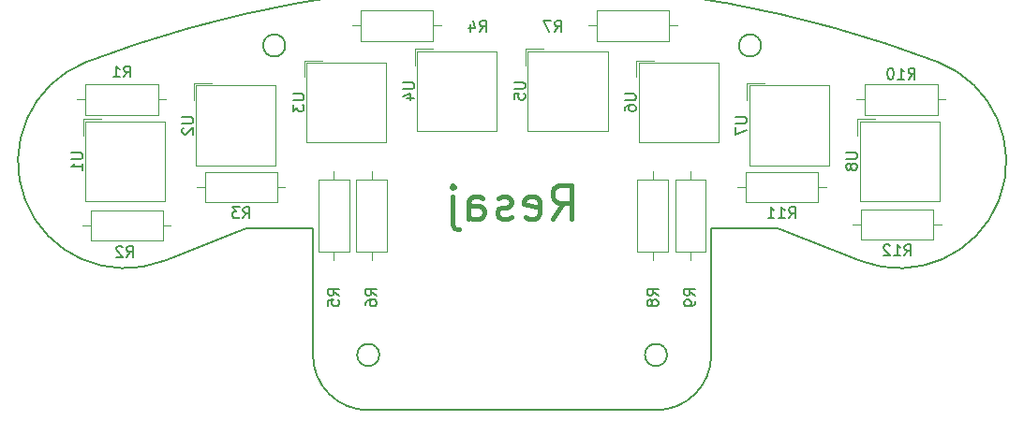
<source format=gbo>
G04 #@! TF.FileFunction,Legend,Bot*
%FSLAX46Y46*%
G04 Gerber Fmt 4.6, Leading zero omitted, Abs format (unit mm)*
G04 Created by KiCad (PCBNEW 4.0.7+dfsg1-1ubuntu2) date Wed Mar  6 00:01:27 2019*
%MOMM*%
%LPD*%
G01*
G04 APERTURE LIST*
%ADD10C,0.100000*%
%ADD11C,0.150000*%
%ADD12C,0.400000*%
%ADD13C,0.120000*%
%ADD14R,2.100000X2.100000*%
%ADD15O,2.100000X2.100000*%
%ADD16C,2.000000*%
%ADD17R,2.000000X2.000000*%
%ADD18O,2.000000X2.000000*%
%ADD19R,2.000000X2.800000*%
%ADD20O,2.000000X2.800000*%
G04 APERTURE END LIST*
D10*
D11*
X26000000Y16500000D02*
X18500000Y13500000D01*
X26000000Y16500000D02*
X32000000Y16500000D01*
X74000000Y16500000D02*
X68000000Y16500000D01*
X81500000Y13500000D02*
X74000000Y16500000D01*
X68000000Y16500000D02*
X68000000Y5000000D01*
X32000000Y16500000D02*
X32000000Y5000000D01*
X88500000Y31500001D02*
G75*
G03X11500000Y31500000I-38500000J-101000001D01*
G01*
D12*
X53642857Y17342857D02*
X54642857Y18771429D01*
X55357142Y17342857D02*
X55357142Y20342857D01*
X54214285Y20342857D01*
X53928571Y20200000D01*
X53785714Y20057143D01*
X53642857Y19771429D01*
X53642857Y19342857D01*
X53785714Y19057143D01*
X53928571Y18914286D01*
X54214285Y18771429D01*
X55357142Y18771429D01*
X51214285Y17485714D02*
X51499999Y17342857D01*
X52071428Y17342857D01*
X52357142Y17485714D01*
X52499999Y17771429D01*
X52499999Y18914286D01*
X52357142Y19200000D01*
X52071428Y19342857D01*
X51499999Y19342857D01*
X51214285Y19200000D01*
X51071428Y18914286D01*
X51071428Y18628571D01*
X52499999Y18342857D01*
X49928570Y17485714D02*
X49642856Y17342857D01*
X49071428Y17342857D01*
X48785713Y17485714D01*
X48642856Y17771429D01*
X48642856Y17914286D01*
X48785713Y18200000D01*
X49071428Y18342857D01*
X49499999Y18342857D01*
X49785713Y18485714D01*
X49928570Y18771429D01*
X49928570Y18914286D01*
X49785713Y19200000D01*
X49499999Y19342857D01*
X49071428Y19342857D01*
X48785713Y19200000D01*
X46071428Y17342857D02*
X46071428Y18914286D01*
X46214285Y19200000D01*
X46499999Y19342857D01*
X47071428Y19342857D01*
X47357142Y19200000D01*
X46071428Y17485714D02*
X46357142Y17342857D01*
X47071428Y17342857D01*
X47357142Y17485714D01*
X47499999Y17771429D01*
X47499999Y18057143D01*
X47357142Y18342857D01*
X47071428Y18485714D01*
X46357142Y18485714D01*
X46071428Y18628571D01*
X44642856Y19342857D02*
X44642856Y16771429D01*
X44785713Y16485714D01*
X45071428Y16342857D01*
X45214285Y16342857D01*
X44642856Y20342857D02*
X44785713Y20200000D01*
X44642856Y20057143D01*
X44499999Y20200000D01*
X44642856Y20342857D01*
X44642856Y20057143D01*
D11*
X32000000Y5000000D02*
G75*
G03X37000000Y0I5000000J0D01*
G01*
X68000000Y5000000D02*
G75*
G02X63000000Y0I-5000000J0D01*
G01*
X37000000Y0D02*
X63000000Y0D01*
X64000000Y5000000D02*
G75*
G03X64000000Y5000000I-1000000J0D01*
G01*
X38000000Y5000000D02*
G75*
G03X38000000Y5000000I-1000000J0D01*
G01*
X18500000Y13500000D02*
G75*
G02X11500000Y31500000I-3500000J9000000D01*
G01*
X81500001Y13500000D02*
G75*
G03X88500000Y31500000I3499999J9000000D01*
G01*
X72500000Y33000000D02*
G75*
G03X72500000Y33000000I-1000000J0D01*
G01*
X29500000Y33000000D02*
G75*
G03X29500000Y33000000I-1000000J0D01*
G01*
D13*
X31230000Y31650000D02*
X31230000Y30150000D01*
X32830000Y31650000D02*
X31230000Y31650000D01*
X38630000Y24250000D02*
X31430000Y24250000D01*
X38630000Y31450000D02*
X38630000Y24250000D01*
X31430000Y31450000D02*
X38630000Y31450000D01*
X31430000Y24250000D02*
X31430000Y31450000D01*
X61230000Y31650000D02*
X61230000Y30150000D01*
X62830000Y31650000D02*
X61230000Y31650000D01*
X68630000Y24250000D02*
X61430000Y24250000D01*
X68630000Y31450000D02*
X68630000Y24250000D01*
X61430000Y31450000D02*
X68630000Y31450000D01*
X61430000Y24250000D02*
X61430000Y31450000D01*
X57650000Y33430000D02*
X57650000Y36170000D01*
X57650000Y36170000D02*
X64190000Y36170000D01*
X64190000Y36170000D02*
X64190000Y33430000D01*
X64190000Y33430000D02*
X57650000Y33430000D01*
X56880000Y34800000D02*
X57650000Y34800000D01*
X64960000Y34800000D02*
X64190000Y34800000D01*
X51230000Y32700000D02*
X51230000Y31200000D01*
X52830000Y32700000D02*
X51230000Y32700000D01*
X58630000Y25300000D02*
X51430000Y25300000D01*
X58630000Y32500000D02*
X58630000Y25300000D01*
X51430000Y32500000D02*
X58630000Y32500000D01*
X51430000Y25300000D02*
X51430000Y32500000D01*
X41200000Y32700000D02*
X41200000Y31200000D01*
X42800000Y32700000D02*
X41200000Y32700000D01*
X48600000Y25300000D02*
X41400000Y25300000D01*
X48600000Y32500000D02*
X48600000Y25300000D01*
X41400000Y32500000D02*
X48600000Y32500000D01*
X41400000Y25300000D02*
X41400000Y32500000D01*
X36310000Y33430000D02*
X36310000Y36170000D01*
X36310000Y36170000D02*
X42850000Y36170000D01*
X42850000Y36170000D02*
X42850000Y33430000D01*
X42850000Y33430000D02*
X36310000Y33430000D01*
X35540000Y34800000D02*
X36310000Y34800000D01*
X43620000Y34800000D02*
X42850000Y34800000D01*
X11230000Y26350000D02*
X11230000Y24850000D01*
X12830000Y26350000D02*
X11230000Y26350000D01*
X18630000Y18950000D02*
X11430000Y18950000D01*
X18630000Y26150000D02*
X18630000Y18950000D01*
X11430000Y26150000D02*
X18630000Y26150000D01*
X11430000Y18950000D02*
X11430000Y26150000D01*
X21230000Y29570000D02*
X21230000Y28070000D01*
X22830000Y29570000D02*
X21230000Y29570000D01*
X28630000Y22170000D02*
X21430000Y22170000D01*
X28630000Y29370000D02*
X28630000Y22170000D01*
X21430000Y29370000D02*
X28630000Y29370000D01*
X21430000Y22170000D02*
X21430000Y29370000D01*
X11450000Y26730000D02*
X11450000Y29470000D01*
X11450000Y29470000D02*
X17990000Y29470000D01*
X17990000Y29470000D02*
X17990000Y26730000D01*
X17990000Y26730000D02*
X11450000Y26730000D01*
X10680000Y28100000D02*
X11450000Y28100000D01*
X18760000Y28100000D02*
X17990000Y28100000D01*
X64070000Y14310000D02*
X61330000Y14310000D01*
X61330000Y14310000D02*
X61330000Y20850000D01*
X61330000Y20850000D02*
X64070000Y20850000D01*
X64070000Y20850000D02*
X64070000Y14310000D01*
X62700000Y13540000D02*
X62700000Y14310000D01*
X62700000Y21620000D02*
X62700000Y20850000D01*
X11910000Y15330000D02*
X11910000Y18070000D01*
X11910000Y18070000D02*
X18450000Y18070000D01*
X18450000Y18070000D02*
X18450000Y15330000D01*
X18450000Y15330000D02*
X11910000Y15330000D01*
X11140000Y16700000D02*
X11910000Y16700000D01*
X19220000Y16700000D02*
X18450000Y16700000D01*
X22250000Y18830000D02*
X22250000Y21570000D01*
X22250000Y21570000D02*
X28790000Y21570000D01*
X28790000Y21570000D02*
X28790000Y18830000D01*
X28790000Y18830000D02*
X22250000Y18830000D01*
X21480000Y20200000D02*
X22250000Y20200000D01*
X29560000Y20200000D02*
X28790000Y20200000D01*
X35270000Y14310000D02*
X32530000Y14310000D01*
X32530000Y14310000D02*
X32530000Y20850000D01*
X32530000Y20850000D02*
X35270000Y20850000D01*
X35270000Y20850000D02*
X35270000Y14310000D01*
X33900000Y13540000D02*
X33900000Y14310000D01*
X33900000Y21620000D02*
X33900000Y20850000D01*
X38670000Y14310000D02*
X35930000Y14310000D01*
X35930000Y14310000D02*
X35930000Y20850000D01*
X35930000Y20850000D02*
X38670000Y20850000D01*
X38670000Y20850000D02*
X38670000Y14310000D01*
X37300000Y13540000D02*
X37300000Y14310000D01*
X37300000Y21620000D02*
X37300000Y20850000D01*
X67470000Y14310000D02*
X64730000Y14310000D01*
X64730000Y14310000D02*
X64730000Y20850000D01*
X64730000Y20850000D02*
X67470000Y20850000D01*
X67470000Y20850000D02*
X67470000Y14310000D01*
X66100000Y13540000D02*
X66100000Y14310000D01*
X66100000Y21620000D02*
X66100000Y20850000D01*
X81910000Y26730000D02*
X81910000Y29470000D01*
X81910000Y29470000D02*
X88450000Y29470000D01*
X88450000Y29470000D02*
X88450000Y26730000D01*
X88450000Y26730000D02*
X81910000Y26730000D01*
X81140000Y28100000D02*
X81910000Y28100000D01*
X89220000Y28100000D02*
X88450000Y28100000D01*
X71110000Y18830000D02*
X71110000Y21570000D01*
X71110000Y21570000D02*
X77650000Y21570000D01*
X77650000Y21570000D02*
X77650000Y18830000D01*
X77650000Y18830000D02*
X71110000Y18830000D01*
X70340000Y20200000D02*
X71110000Y20200000D01*
X78420000Y20200000D02*
X77650000Y20200000D01*
X81550000Y15430000D02*
X81550000Y18170000D01*
X81550000Y18170000D02*
X88090000Y18170000D01*
X88090000Y18170000D02*
X88090000Y15430000D01*
X88090000Y15430000D02*
X81550000Y15430000D01*
X80780000Y16800000D02*
X81550000Y16800000D01*
X88860000Y16800000D02*
X88090000Y16800000D01*
X71230000Y29570000D02*
X71230000Y28070000D01*
X72830000Y29570000D02*
X71230000Y29570000D01*
X78630000Y22170000D02*
X71430000Y22170000D01*
X78630000Y29370000D02*
X78630000Y22170000D01*
X71430000Y29370000D02*
X78630000Y29370000D01*
X71430000Y22170000D02*
X71430000Y29370000D01*
X81230000Y26350000D02*
X81230000Y24850000D01*
X82830000Y26350000D02*
X81230000Y26350000D01*
X88630000Y18950000D02*
X81430000Y18950000D01*
X88630000Y26150000D02*
X88630000Y18950000D01*
X81430000Y26150000D02*
X88630000Y26150000D01*
X81430000Y18950000D02*
X81430000Y26150000D01*
D11*
X30182381Y28611905D02*
X30991905Y28611905D01*
X31087143Y28564286D01*
X31134762Y28516667D01*
X31182381Y28421429D01*
X31182381Y28230952D01*
X31134762Y28135714D01*
X31087143Y28088095D01*
X30991905Y28040476D01*
X30182381Y28040476D01*
X30182381Y27659524D02*
X30182381Y27040476D01*
X30563333Y27373810D01*
X30563333Y27230952D01*
X30610952Y27135714D01*
X30658571Y27088095D01*
X30753810Y27040476D01*
X30991905Y27040476D01*
X31087143Y27088095D01*
X31134762Y27135714D01*
X31182381Y27230952D01*
X31182381Y27516667D01*
X31134762Y27611905D01*
X31087143Y27659524D01*
X60182381Y28611905D02*
X60991905Y28611905D01*
X61087143Y28564286D01*
X61134762Y28516667D01*
X61182381Y28421429D01*
X61182381Y28230952D01*
X61134762Y28135714D01*
X61087143Y28088095D01*
X60991905Y28040476D01*
X60182381Y28040476D01*
X60182381Y27135714D02*
X60182381Y27326191D01*
X60230000Y27421429D01*
X60277619Y27469048D01*
X60420476Y27564286D01*
X60610952Y27611905D01*
X60991905Y27611905D01*
X61087143Y27564286D01*
X61134762Y27516667D01*
X61182381Y27421429D01*
X61182381Y27230952D01*
X61134762Y27135714D01*
X61087143Y27088095D01*
X60991905Y27040476D01*
X60753810Y27040476D01*
X60658571Y27088095D01*
X60610952Y27135714D01*
X60563333Y27230952D01*
X60563333Y27421429D01*
X60610952Y27516667D01*
X60658571Y27564286D01*
X60753810Y27611905D01*
X53866666Y34247619D02*
X54200000Y34723810D01*
X54438095Y34247619D02*
X54438095Y35247619D01*
X54057142Y35247619D01*
X53961904Y35200000D01*
X53914285Y35152381D01*
X53866666Y35057143D01*
X53866666Y34914286D01*
X53914285Y34819048D01*
X53961904Y34771429D01*
X54057142Y34723810D01*
X54438095Y34723810D01*
X53533333Y35247619D02*
X52866666Y35247619D01*
X53295238Y34247619D01*
X50182381Y29661905D02*
X50991905Y29661905D01*
X51087143Y29614286D01*
X51134762Y29566667D01*
X51182381Y29471429D01*
X51182381Y29280952D01*
X51134762Y29185714D01*
X51087143Y29138095D01*
X50991905Y29090476D01*
X50182381Y29090476D01*
X50182381Y28138095D02*
X50182381Y28614286D01*
X50658571Y28661905D01*
X50610952Y28614286D01*
X50563333Y28519048D01*
X50563333Y28280952D01*
X50610952Y28185714D01*
X50658571Y28138095D01*
X50753810Y28090476D01*
X50991905Y28090476D01*
X51087143Y28138095D01*
X51134762Y28185714D01*
X51182381Y28280952D01*
X51182381Y28519048D01*
X51134762Y28614286D01*
X51087143Y28661905D01*
X40152381Y29661905D02*
X40961905Y29661905D01*
X41057143Y29614286D01*
X41104762Y29566667D01*
X41152381Y29471429D01*
X41152381Y29280952D01*
X41104762Y29185714D01*
X41057143Y29138095D01*
X40961905Y29090476D01*
X40152381Y29090476D01*
X40485714Y28185714D02*
X41152381Y28185714D01*
X40104762Y28423810D02*
X40819048Y28661905D01*
X40819048Y28042857D01*
X47066666Y34247619D02*
X47400000Y34723810D01*
X47638095Y34247619D02*
X47638095Y35247619D01*
X47257142Y35247619D01*
X47161904Y35200000D01*
X47114285Y35152381D01*
X47066666Y35057143D01*
X47066666Y34914286D01*
X47114285Y34819048D01*
X47161904Y34771429D01*
X47257142Y34723810D01*
X47638095Y34723810D01*
X46209523Y34914286D02*
X46209523Y34247619D01*
X46447619Y35295238D02*
X46685714Y34580952D01*
X46066666Y34580952D01*
X10182381Y23311905D02*
X10991905Y23311905D01*
X11087143Y23264286D01*
X11134762Y23216667D01*
X11182381Y23121429D01*
X11182381Y22930952D01*
X11134762Y22835714D01*
X11087143Y22788095D01*
X10991905Y22740476D01*
X10182381Y22740476D01*
X11182381Y21740476D02*
X11182381Y22311905D01*
X11182381Y22026191D02*
X10182381Y22026191D01*
X10325238Y22121429D01*
X10420476Y22216667D01*
X10468095Y22311905D01*
X20182381Y26531905D02*
X20991905Y26531905D01*
X21087143Y26484286D01*
X21134762Y26436667D01*
X21182381Y26341429D01*
X21182381Y26150952D01*
X21134762Y26055714D01*
X21087143Y26008095D01*
X20991905Y25960476D01*
X20182381Y25960476D01*
X20277619Y25531905D02*
X20230000Y25484286D01*
X20182381Y25389048D01*
X20182381Y25150952D01*
X20230000Y25055714D01*
X20277619Y25008095D01*
X20372857Y24960476D01*
X20468095Y24960476D01*
X20610952Y25008095D01*
X21182381Y25579524D01*
X21182381Y24960476D01*
X14906666Y30147619D02*
X15240000Y30623810D01*
X15478095Y30147619D02*
X15478095Y31147619D01*
X15097142Y31147619D01*
X15001904Y31100000D01*
X14954285Y31052381D01*
X14906666Y30957143D01*
X14906666Y30814286D01*
X14954285Y30719048D01*
X15001904Y30671429D01*
X15097142Y30623810D01*
X15478095Y30623810D01*
X13954285Y30147619D02*
X14525714Y30147619D01*
X14240000Y30147619D02*
X14240000Y31147619D01*
X14335238Y31004762D01*
X14430476Y30909524D01*
X14525714Y30861905D01*
X63202381Y10366666D02*
X62726190Y10700000D01*
X63202381Y10938095D02*
X62202381Y10938095D01*
X62202381Y10557142D01*
X62250000Y10461904D01*
X62297619Y10414285D01*
X62392857Y10366666D01*
X62535714Y10366666D01*
X62630952Y10414285D01*
X62678571Y10461904D01*
X62726190Y10557142D01*
X62726190Y10938095D01*
X62630952Y9795238D02*
X62583333Y9890476D01*
X62535714Y9938095D01*
X62440476Y9985714D01*
X62392857Y9985714D01*
X62297619Y9938095D01*
X62250000Y9890476D01*
X62202381Y9795238D01*
X62202381Y9604761D01*
X62250000Y9509523D01*
X62297619Y9461904D01*
X62392857Y9414285D01*
X62440476Y9414285D01*
X62535714Y9461904D01*
X62583333Y9509523D01*
X62630952Y9604761D01*
X62630952Y9795238D01*
X62678571Y9890476D01*
X62726190Y9938095D01*
X62821429Y9985714D01*
X63011905Y9985714D01*
X63107143Y9938095D01*
X63154762Y9890476D01*
X63202381Y9795238D01*
X63202381Y9604761D01*
X63154762Y9509523D01*
X63107143Y9461904D01*
X63011905Y9414285D01*
X62821429Y9414285D01*
X62726190Y9461904D01*
X62678571Y9509523D01*
X62630952Y9604761D01*
X15166666Y13847619D02*
X15500000Y14323810D01*
X15738095Y13847619D02*
X15738095Y14847619D01*
X15357142Y14847619D01*
X15261904Y14800000D01*
X15214285Y14752381D01*
X15166666Y14657143D01*
X15166666Y14514286D01*
X15214285Y14419048D01*
X15261904Y14371429D01*
X15357142Y14323810D01*
X15738095Y14323810D01*
X14785714Y14752381D02*
X14738095Y14800000D01*
X14642857Y14847619D01*
X14404761Y14847619D01*
X14309523Y14800000D01*
X14261904Y14752381D01*
X14214285Y14657143D01*
X14214285Y14561905D01*
X14261904Y14419048D01*
X14833333Y13847619D01*
X14214285Y13847619D01*
X25686666Y17377619D02*
X26020000Y17853810D01*
X26258095Y17377619D02*
X26258095Y18377619D01*
X25877142Y18377619D01*
X25781904Y18330000D01*
X25734285Y18282381D01*
X25686666Y18187143D01*
X25686666Y18044286D01*
X25734285Y17949048D01*
X25781904Y17901429D01*
X25877142Y17853810D01*
X26258095Y17853810D01*
X25353333Y18377619D02*
X24734285Y18377619D01*
X25067619Y17996667D01*
X24924761Y17996667D01*
X24829523Y17949048D01*
X24781904Y17901429D01*
X24734285Y17806190D01*
X24734285Y17568095D01*
X24781904Y17472857D01*
X24829523Y17425238D01*
X24924761Y17377619D01*
X25210476Y17377619D01*
X25305714Y17425238D01*
X25353333Y17472857D01*
X34352381Y10366666D02*
X33876190Y10700000D01*
X34352381Y10938095D02*
X33352381Y10938095D01*
X33352381Y10557142D01*
X33400000Y10461904D01*
X33447619Y10414285D01*
X33542857Y10366666D01*
X33685714Y10366666D01*
X33780952Y10414285D01*
X33828571Y10461904D01*
X33876190Y10557142D01*
X33876190Y10938095D01*
X33352381Y9461904D02*
X33352381Y9938095D01*
X33828571Y9985714D01*
X33780952Y9938095D01*
X33733333Y9842857D01*
X33733333Y9604761D01*
X33780952Y9509523D01*
X33828571Y9461904D01*
X33923810Y9414285D01*
X34161905Y9414285D01*
X34257143Y9461904D01*
X34304762Y9509523D01*
X34352381Y9604761D01*
X34352381Y9842857D01*
X34304762Y9938095D01*
X34257143Y9985714D01*
X37752381Y10366666D02*
X37276190Y10700000D01*
X37752381Y10938095D02*
X36752381Y10938095D01*
X36752381Y10557142D01*
X36800000Y10461904D01*
X36847619Y10414285D01*
X36942857Y10366666D01*
X37085714Y10366666D01*
X37180952Y10414285D01*
X37228571Y10461904D01*
X37276190Y10557142D01*
X37276190Y10938095D01*
X36752381Y9509523D02*
X36752381Y9700000D01*
X36800000Y9795238D01*
X36847619Y9842857D01*
X36990476Y9938095D01*
X37180952Y9985714D01*
X37561905Y9985714D01*
X37657143Y9938095D01*
X37704762Y9890476D01*
X37752381Y9795238D01*
X37752381Y9604761D01*
X37704762Y9509523D01*
X37657143Y9461904D01*
X37561905Y9414285D01*
X37323810Y9414285D01*
X37228571Y9461904D01*
X37180952Y9509523D01*
X37133333Y9604761D01*
X37133333Y9795238D01*
X37180952Y9890476D01*
X37228571Y9938095D01*
X37323810Y9985714D01*
X66552381Y10366666D02*
X66076190Y10700000D01*
X66552381Y10938095D02*
X65552381Y10938095D01*
X65552381Y10557142D01*
X65600000Y10461904D01*
X65647619Y10414285D01*
X65742857Y10366666D01*
X65885714Y10366666D01*
X65980952Y10414285D01*
X66028571Y10461904D01*
X66076190Y10557142D01*
X66076190Y10938095D01*
X66552381Y9890476D02*
X66552381Y9700000D01*
X66504762Y9604761D01*
X66457143Y9557142D01*
X66314286Y9461904D01*
X66123810Y9414285D01*
X65742857Y9414285D01*
X65647619Y9461904D01*
X65600000Y9509523D01*
X65552381Y9604761D01*
X65552381Y9795238D01*
X65600000Y9890476D01*
X65647619Y9938095D01*
X65742857Y9985714D01*
X65980952Y9985714D01*
X66076190Y9938095D01*
X66123810Y9890476D01*
X66171429Y9795238D01*
X66171429Y9604761D01*
X66123810Y9509523D01*
X66076190Y9461904D01*
X65980952Y9414285D01*
X85822857Y29947619D02*
X86156191Y30423810D01*
X86394286Y29947619D02*
X86394286Y30947619D01*
X86013333Y30947619D01*
X85918095Y30900000D01*
X85870476Y30852381D01*
X85822857Y30757143D01*
X85822857Y30614286D01*
X85870476Y30519048D01*
X85918095Y30471429D01*
X86013333Y30423810D01*
X86394286Y30423810D01*
X84870476Y29947619D02*
X85441905Y29947619D01*
X85156191Y29947619D02*
X85156191Y30947619D01*
X85251429Y30804762D01*
X85346667Y30709524D01*
X85441905Y30661905D01*
X84251429Y30947619D02*
X84156190Y30947619D01*
X84060952Y30900000D01*
X84013333Y30852381D01*
X83965714Y30757143D01*
X83918095Y30566667D01*
X83918095Y30328571D01*
X83965714Y30138095D01*
X84013333Y30042857D01*
X84060952Y29995238D01*
X84156190Y29947619D01*
X84251429Y29947619D01*
X84346667Y29995238D01*
X84394286Y30042857D01*
X84441905Y30138095D01*
X84489524Y30328571D01*
X84489524Y30566667D01*
X84441905Y30757143D01*
X84394286Y30852381D01*
X84346667Y30900000D01*
X84251429Y30947619D01*
X75022857Y17377619D02*
X75356191Y17853810D01*
X75594286Y17377619D02*
X75594286Y18377619D01*
X75213333Y18377619D01*
X75118095Y18330000D01*
X75070476Y18282381D01*
X75022857Y18187143D01*
X75022857Y18044286D01*
X75070476Y17949048D01*
X75118095Y17901429D01*
X75213333Y17853810D01*
X75594286Y17853810D01*
X74070476Y17377619D02*
X74641905Y17377619D01*
X74356191Y17377619D02*
X74356191Y18377619D01*
X74451429Y18234762D01*
X74546667Y18139524D01*
X74641905Y18091905D01*
X73118095Y17377619D02*
X73689524Y17377619D01*
X73403810Y17377619D02*
X73403810Y18377619D01*
X73499048Y18234762D01*
X73594286Y18139524D01*
X73689524Y18091905D01*
X85462857Y13977619D02*
X85796191Y14453810D01*
X86034286Y13977619D02*
X86034286Y14977619D01*
X85653333Y14977619D01*
X85558095Y14930000D01*
X85510476Y14882381D01*
X85462857Y14787143D01*
X85462857Y14644286D01*
X85510476Y14549048D01*
X85558095Y14501429D01*
X85653333Y14453810D01*
X86034286Y14453810D01*
X84510476Y13977619D02*
X85081905Y13977619D01*
X84796191Y13977619D02*
X84796191Y14977619D01*
X84891429Y14834762D01*
X84986667Y14739524D01*
X85081905Y14691905D01*
X84129524Y14882381D02*
X84081905Y14930000D01*
X83986667Y14977619D01*
X83748571Y14977619D01*
X83653333Y14930000D01*
X83605714Y14882381D01*
X83558095Y14787143D01*
X83558095Y14691905D01*
X83605714Y14549048D01*
X84177143Y13977619D01*
X83558095Y13977619D01*
X70182381Y26531905D02*
X70991905Y26531905D01*
X71087143Y26484286D01*
X71134762Y26436667D01*
X71182381Y26341429D01*
X71182381Y26150952D01*
X71134762Y26055714D01*
X71087143Y26008095D01*
X70991905Y25960476D01*
X70182381Y25960476D01*
X70182381Y25579524D02*
X70182381Y24912857D01*
X71182381Y25341429D01*
X80182381Y23311905D02*
X80991905Y23311905D01*
X81087143Y23264286D01*
X81134762Y23216667D01*
X81182381Y23121429D01*
X81182381Y22930952D01*
X81134762Y22835714D01*
X81087143Y22788095D01*
X80991905Y22740476D01*
X80182381Y22740476D01*
X80610952Y22121429D02*
X80563333Y22216667D01*
X80515714Y22264286D01*
X80420476Y22311905D01*
X80372857Y22311905D01*
X80277619Y22264286D01*
X80230000Y22216667D01*
X80182381Y22121429D01*
X80182381Y21930952D01*
X80230000Y21835714D01*
X80277619Y21788095D01*
X80372857Y21740476D01*
X80420476Y21740476D01*
X80515714Y21788095D01*
X80563333Y21835714D01*
X80610952Y21930952D01*
X80610952Y22121429D01*
X80658571Y22216667D01*
X80706190Y22264286D01*
X80801429Y22311905D01*
X80991905Y22311905D01*
X81087143Y22264286D01*
X81134762Y22216667D01*
X81182381Y22121429D01*
X81182381Y21930952D01*
X81134762Y21835714D01*
X81087143Y21788095D01*
X80991905Y21740476D01*
X80801429Y21740476D01*
X80706190Y21788095D01*
X80658571Y21835714D01*
X80610952Y21930952D01*
%LPC*%
D14*
X57620000Y10250000D03*
D15*
X55080000Y10250000D03*
X52540000Y10250000D03*
X50000000Y10250000D03*
X47460000Y10250000D03*
X44920000Y10250000D03*
X42380000Y10250000D03*
D16*
X33730000Y26450000D03*
X36270000Y26450000D03*
X36270000Y29250000D03*
D17*
X33730000Y29250000D03*
D16*
X63730000Y26450000D03*
X66270000Y26450000D03*
X66270000Y29250000D03*
D17*
X63730000Y29250000D03*
D16*
X55840000Y34800000D03*
D18*
X66000000Y34800000D03*
D16*
X53730000Y27500000D03*
X56270000Y27500000D03*
X56270000Y30300000D03*
D17*
X53730000Y30300000D03*
D16*
X43700000Y27500000D03*
X46240000Y27500000D03*
X46240000Y30300000D03*
D17*
X43700000Y30300000D03*
D16*
X34500000Y34800000D03*
D18*
X44660000Y34800000D03*
D16*
X13730000Y21150000D03*
X16270000Y21150000D03*
X16270000Y23950000D03*
D17*
X13730000Y23950000D03*
D16*
X23730000Y24370000D03*
X26270000Y24370000D03*
X26270000Y27170000D03*
D17*
X23730000Y27170000D03*
D16*
X9640000Y28100000D03*
D18*
X19800000Y28100000D03*
D16*
X62700000Y12500000D03*
D18*
X62700000Y22660000D03*
D16*
X10100000Y16700000D03*
D18*
X20260000Y16700000D03*
D16*
X20440000Y20200000D03*
D18*
X30600000Y20200000D03*
D16*
X33900000Y12500000D03*
D18*
X33900000Y22660000D03*
D16*
X37300000Y12500000D03*
D18*
X37300000Y22660000D03*
D16*
X66100000Y12500000D03*
D18*
X66100000Y22660000D03*
D16*
X80100000Y28100000D03*
D18*
X90260000Y28100000D03*
D16*
X69300000Y20200000D03*
D18*
X79460000Y20200000D03*
D16*
X79740000Y16800000D03*
D18*
X89900000Y16800000D03*
D16*
X73730000Y24370000D03*
X76270000Y24370000D03*
X76270000Y27170000D03*
D17*
X73730000Y27170000D03*
D16*
X83730000Y21150000D03*
X86270000Y21150000D03*
X86270000Y23950000D03*
D17*
X83730000Y23950000D03*
D19*
X58860000Y22200000D03*
D20*
X41080000Y14580000D03*
X56320000Y22200000D03*
X43620000Y14580000D03*
X53780000Y22200000D03*
X46160000Y14580000D03*
X51240000Y22200000D03*
X48700000Y14580000D03*
X48700000Y22200000D03*
X51240000Y14580000D03*
X46160000Y22200000D03*
X53780000Y14580000D03*
X43620000Y22200000D03*
X56320000Y14580000D03*
X41080000Y22200000D03*
X58860000Y14580000D03*
M02*

</source>
